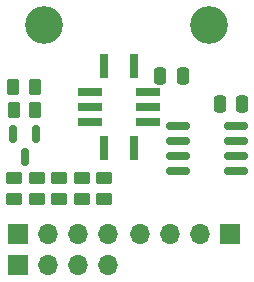
<source format=gbr>
%TF.GenerationSoftware,KiCad,Pcbnew,(6.0.0)*%
%TF.CreationDate,2022-05-15T17:50:44-05:00*%
%TF.ProjectId,MiCS_Sensor,4d694353-5f53-4656-9e73-6f722e6b6963,rev?*%
%TF.SameCoordinates,Original*%
%TF.FileFunction,Soldermask,Top*%
%TF.FilePolarity,Negative*%
%FSLAX46Y46*%
G04 Gerber Fmt 4.6, Leading zero omitted, Abs format (unit mm)*
G04 Created by KiCad (PCBNEW (6.0.0)) date 2022-05-15 17:50:44*
%MOMM*%
%LPD*%
G01*
G04 APERTURE LIST*
G04 Aperture macros list*
%AMRoundRect*
0 Rectangle with rounded corners*
0 $1 Rounding radius*
0 $2 $3 $4 $5 $6 $7 $8 $9 X,Y pos of 4 corners*
0 Add a 4 corners polygon primitive as box body*
4,1,4,$2,$3,$4,$5,$6,$7,$8,$9,$2,$3,0*
0 Add four circle primitives for the rounded corners*
1,1,$1+$1,$2,$3*
1,1,$1+$1,$4,$5*
1,1,$1+$1,$6,$7*
1,1,$1+$1,$8,$9*
0 Add four rect primitives between the rounded corners*
20,1,$1+$1,$2,$3,$4,$5,0*
20,1,$1+$1,$4,$5,$6,$7,0*
20,1,$1+$1,$6,$7,$8,$9,0*
20,1,$1+$1,$8,$9,$2,$3,0*%
G04 Aperture macros list end*
%ADD10RoundRect,0.150000X-0.150000X0.587500X-0.150000X-0.587500X0.150000X-0.587500X0.150000X0.587500X0*%
%ADD11RoundRect,0.250000X-0.450000X0.262500X-0.450000X-0.262500X0.450000X-0.262500X0.450000X0.262500X0*%
%ADD12RoundRect,0.250000X0.250000X0.475000X-0.250000X0.475000X-0.250000X-0.475000X0.250000X-0.475000X0*%
%ADD13RoundRect,0.250000X-0.262500X-0.450000X0.262500X-0.450000X0.262500X0.450000X-0.262500X0.450000X0*%
%ADD14RoundRect,0.250000X-0.250000X-0.475000X0.250000X-0.475000X0.250000X0.475000X-0.250000X0.475000X0*%
%ADD15R,2.000000X0.700000*%
%ADD16R,0.700000X2.000000*%
%ADD17RoundRect,0.150000X-0.825000X-0.150000X0.825000X-0.150000X0.825000X0.150000X-0.825000X0.150000X0*%
%ADD18C,3.200000*%
%ADD19R,1.700000X1.700000*%
%ADD20O,1.700000X1.700000*%
G04 APERTURE END LIST*
D10*
%TO.C,Q1*%
X150321900Y-81254300D03*
X148421900Y-81254300D03*
X149371900Y-83129300D03*
%TD*%
D11*
%TO.C,R4*%
X152320000Y-84937500D03*
X152320000Y-86762500D03*
%TD*%
D12*
%TO.C,C2*%
X167810000Y-78710000D03*
X165910000Y-78710000D03*
%TD*%
D13*
%TO.C,R7*%
X148457500Y-79220000D03*
X150282500Y-79220000D03*
%TD*%
D14*
%TO.C,C1*%
X160870000Y-76330000D03*
X162770000Y-76330000D03*
%TD*%
D11*
%TO.C,R5*%
X154220000Y-84937500D03*
X154220000Y-86762500D03*
%TD*%
D15*
%TO.C,U1*%
X154910000Y-77680000D03*
X154910000Y-78950000D03*
X154910000Y-80220000D03*
D16*
X156090000Y-82400000D03*
X158630000Y-82400000D03*
D15*
X159810000Y-80220000D03*
X159810000Y-78950000D03*
X159810000Y-77680000D03*
D16*
X158630000Y-75500000D03*
X156090000Y-75500000D03*
%TD*%
D11*
%TO.C,R1*%
X150420000Y-84937500D03*
X150420000Y-86762500D03*
%TD*%
D17*
%TO.C,U2*%
X162365000Y-80535000D03*
X162365000Y-81805000D03*
X162365000Y-83075000D03*
X162365000Y-84345000D03*
X167315000Y-84345000D03*
X167315000Y-83075000D03*
X167315000Y-81805000D03*
X167315000Y-80535000D03*
%TD*%
D18*
%TO.C,REF\u002A\u002A*%
X165000000Y-72000000D03*
%TD*%
%TO.C,REF\u002A\u002A*%
X151000000Y-72000000D03*
%TD*%
D13*
%TO.C,R2*%
X148435900Y-77238800D03*
X150260900Y-77238800D03*
%TD*%
D11*
%TO.C,R6*%
X156120000Y-84937500D03*
X156120000Y-86762500D03*
%TD*%
%TO.C,R3*%
X148510000Y-84937500D03*
X148510000Y-86762500D03*
%TD*%
D19*
%TO.C,J3*%
X148844000Y-89662000D03*
D20*
X151384000Y-89662000D03*
X153924000Y-89662000D03*
X156464000Y-89662000D03*
%TD*%
D19*
%TO.C,J2*%
X148844000Y-92330000D03*
D20*
X151384000Y-92330000D03*
X153924000Y-92330000D03*
X156464000Y-92330000D03*
%TD*%
D19*
%TO.C,J1*%
X166751000Y-89662000D03*
D20*
X164211000Y-89662000D03*
X161671000Y-89662000D03*
X159131000Y-89662000D03*
%TD*%
M02*

</source>
